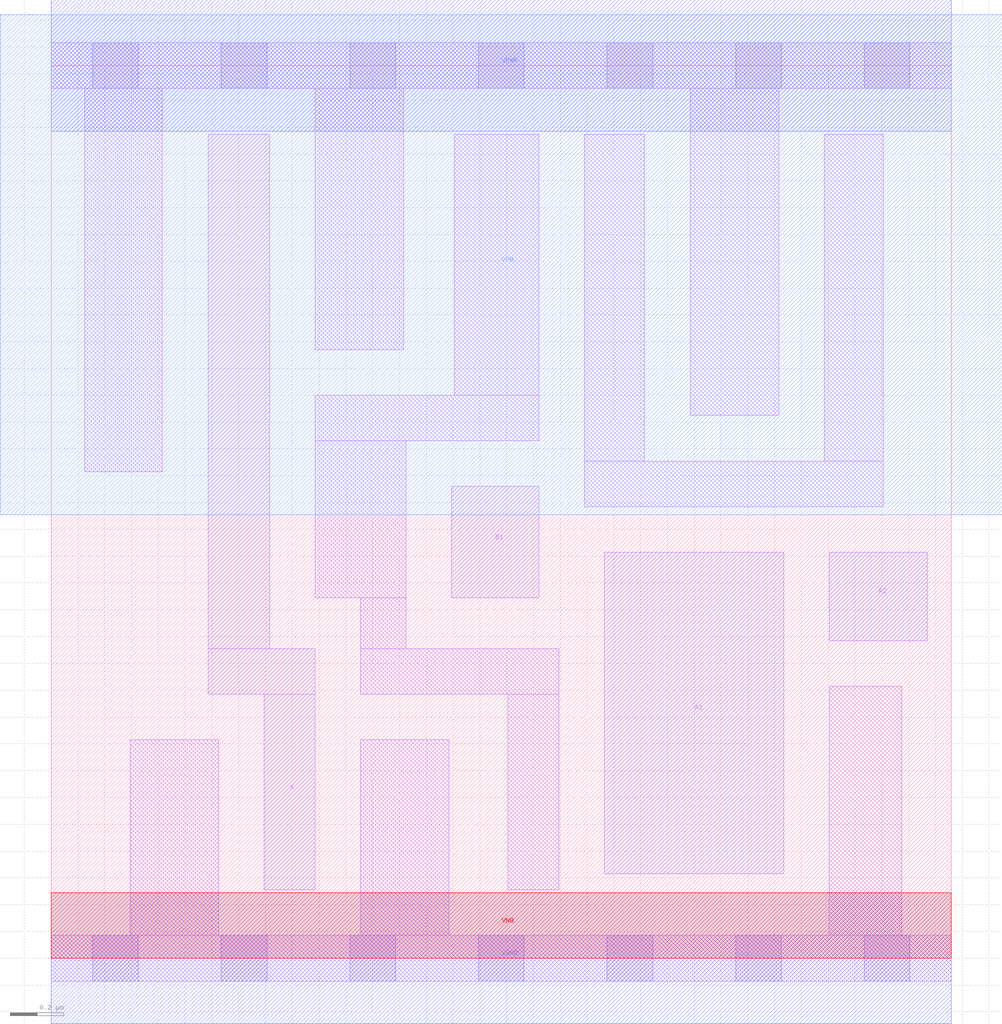
<source format=lef>
# Copyright 2020 The SkyWater PDK Authors
#
# Licensed under the Apache License, Version 2.0 (the "License");
# you may not use this file except in compliance with the License.
# You may obtain a copy of the License at
#
#     https://www.apache.org/licenses/LICENSE-2.0
#
# Unless required by applicable law or agreed to in writing, software
# distributed under the License is distributed on an "AS IS" BASIS,
# WITHOUT WARRANTIES OR CONDITIONS OF ANY KIND, either express or implied.
# See the License for the specific language governing permissions and
# limitations under the License.
#
# SPDX-License-Identifier: Apache-2.0

VERSION 5.7 ;
  NOWIREEXTENSIONATPIN ON ;
  DIVIDERCHAR "/" ;
  BUSBITCHARS "[]" ;
MACRO sky130_fd_sc_lp__a21o_2
  CLASS CORE ;
  FOREIGN sky130_fd_sc_lp__a21o_2 ;
  ORIGIN  0.000000  0.000000 ;
  SIZE  3.360000 BY  3.330000 ;
  SYMMETRY X Y R90 ;
  SITE unit ;
  PIN A1
    ANTENNAGATEAREA  0.315000 ;
    DIRECTION INPUT ;
    USE SIGNAL ;
    PORT
      LAYER li1 ;
        RECT 2.065000 0.315000 2.735000 1.515000 ;
    END
  END A1
  PIN A2
    ANTENNAGATEAREA  0.315000 ;
    DIRECTION INPUT ;
    USE SIGNAL ;
    PORT
      LAYER li1 ;
        RECT 2.905000 1.185000 3.270000 1.515000 ;
    END
  END A2
  PIN B1
    ANTENNAGATEAREA  0.315000 ;
    DIRECTION INPUT ;
    USE SIGNAL ;
    PORT
      LAYER li1 ;
        RECT 1.495000 1.345000 1.820000 1.760000 ;
    END
  END B1
  PIN X
    ANTENNADIFFAREA  0.588000 ;
    DIRECTION OUTPUT ;
    USE SIGNAL ;
    PORT
      LAYER li1 ;
        RECT 0.585000 0.985000 0.985000 1.155000 ;
        RECT 0.585000 1.155000 0.815000 3.075000 ;
        RECT 0.795000 0.255000 0.985000 0.985000 ;
    END
  END X
  PIN VGND
    DIRECTION INOUT ;
    USE GROUND ;
    PORT
      LAYER met1 ;
        RECT 0.000000 -0.245000 3.360000 0.245000 ;
    END
  END VGND
  PIN VNB
    DIRECTION INOUT ;
    USE GROUND ;
    PORT
      LAYER pwell ;
        RECT 0.000000 0.000000 3.360000 0.245000 ;
    END
  END VNB
  PIN VPB
    DIRECTION INOUT ;
    USE POWER ;
    PORT
      LAYER nwell ;
        RECT -0.190000 1.655000 3.550000 3.520000 ;
    END
  END VPB
  PIN VPWR
    DIRECTION INOUT ;
    USE POWER ;
    PORT
      LAYER met1 ;
        RECT 0.000000 3.085000 3.360000 3.575000 ;
    END
  END VPWR
  OBS
    LAYER li1 ;
      RECT 0.000000 -0.085000 3.360000 0.085000 ;
      RECT 0.000000  3.245000 3.360000 3.415000 ;
      RECT 0.125000  1.815000 0.415000 3.245000 ;
      RECT 0.295000  0.085000 0.625000 0.815000 ;
      RECT 0.985000  1.345000 1.325000 1.930000 ;
      RECT 0.985000  1.930000 1.820000 2.100000 ;
      RECT 0.985000  2.270000 1.315000 3.245000 ;
      RECT 1.155000  0.085000 1.485000 0.815000 ;
      RECT 1.155000  0.985000 1.895000 1.155000 ;
      RECT 1.155000  1.155000 1.325000 1.345000 ;
      RECT 1.505000  2.100000 1.820000 3.075000 ;
      RECT 1.705000  0.255000 1.895000 0.985000 ;
      RECT 1.990000  1.685000 3.105000 1.855000 ;
      RECT 1.990000  1.855000 2.215000 3.075000 ;
      RECT 2.385000  2.025000 2.715000 3.245000 ;
      RECT 2.885000  1.855000 3.105000 3.075000 ;
      RECT 2.905000  0.085000 3.175000 1.015000 ;
    LAYER mcon ;
      RECT 0.155000 -0.085000 0.325000 0.085000 ;
      RECT 0.155000  3.245000 0.325000 3.415000 ;
      RECT 0.635000 -0.085000 0.805000 0.085000 ;
      RECT 0.635000  3.245000 0.805000 3.415000 ;
      RECT 1.115000 -0.085000 1.285000 0.085000 ;
      RECT 1.115000  3.245000 1.285000 3.415000 ;
      RECT 1.595000 -0.085000 1.765000 0.085000 ;
      RECT 1.595000  3.245000 1.765000 3.415000 ;
      RECT 2.075000 -0.085000 2.245000 0.085000 ;
      RECT 2.075000  3.245000 2.245000 3.415000 ;
      RECT 2.555000 -0.085000 2.725000 0.085000 ;
      RECT 2.555000  3.245000 2.725000 3.415000 ;
      RECT 3.035000 -0.085000 3.205000 0.085000 ;
      RECT 3.035000  3.245000 3.205000 3.415000 ;
  END
END sky130_fd_sc_lp__a21o_2
END LIBRARY

</source>
